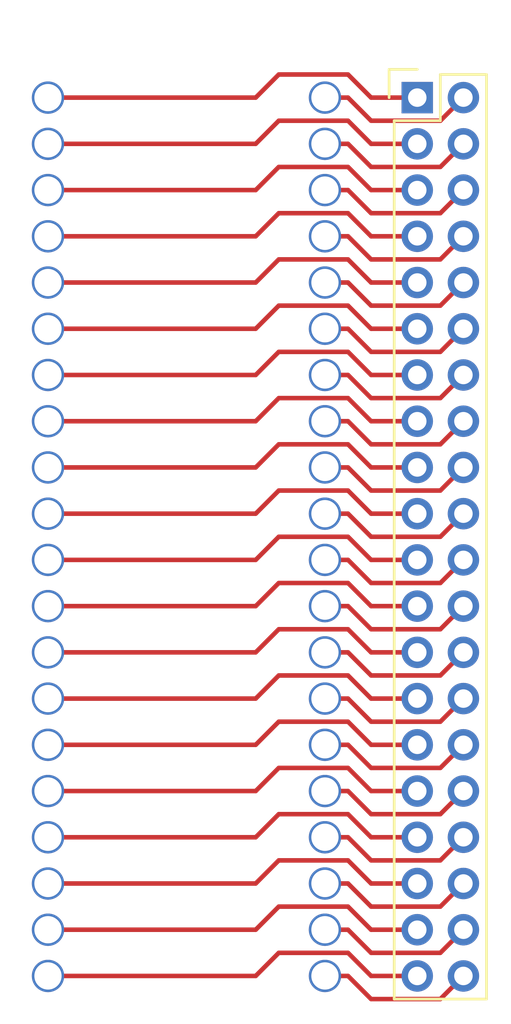
<source format=kicad_pcb>
(kicad_pcb (version 4) (host pcbnew 4.0.4-stable)

  (general
    (links 0)
    (no_connects 0)
    (area 128.169999 53.615 156.310001 110.590001)
    (thickness 1.6)
    (drawings 4)
    (tracks 220)
    (zones 0)
    (modules 1)
    (nets 1)
  )

  (page A4)
  (layers
    (0 F.Cu signal)
    (31 B.Cu signal)
    (32 B.Adhes user)
    (33 F.Adhes user)
    (34 B.Paste user)
    (35 F.Paste user)
    (36 B.SilkS user)
    (37 F.SilkS user)
    (38 B.Mask user)
    (39 F.Mask user)
    (40 Dwgs.User user)
    (41 Cmts.User user)
    (42 Eco1.User user)
    (43 Eco2.User user)
    (44 Edge.Cuts user)
    (45 Margin user)
    (46 B.CrtYd user)
    (47 F.CrtYd user)
    (48 B.Fab user)
    (49 F.Fab user)
  )

  (setup
    (last_trace_width 0.254)
    (user_trace_width 0.254)
    (trace_clearance 0.2)
    (zone_clearance 0.508)
    (zone_45_only no)
    (trace_min 0.2)
    (segment_width 0.2)
    (edge_width 0.15)
    (via_size 0.6)
    (via_drill 0.4)
    (via_min_size 0.4)
    (via_min_drill 0.3)
    (user_via 1.778 1.4986)
    (uvia_size 0.3)
    (uvia_drill 0.1)
    (uvias_allowed no)
    (uvia_min_size 0.2)
    (uvia_min_drill 0.1)
    (pcb_text_width 0.3)
    (pcb_text_size 1.5 1.5)
    (mod_edge_width 0.15)
    (mod_text_size 1 1)
    (mod_text_width 0.15)
    (pad_size 1.524 1.524)
    (pad_drill 0.762)
    (pad_to_mask_clearance 0.2)
    (aux_axis_origin 0 0)
    (visible_elements FFFFFF7F)
    (pcbplotparams
      (layerselection 0x00030_80000001)
      (usegerberextensions false)
      (excludeedgelayer true)
      (linewidth 0.100000)
      (plotframeref false)
      (viasonmask false)
      (mode 1)
      (useauxorigin false)
      (hpglpennumber 1)
      (hpglpenspeed 20)
      (hpglpendiameter 15)
      (hpglpenoverlay 2)
      (psnegative false)
      (psa4output false)
      (plotreference true)
      (plotvalue true)
      (plotinvisibletext false)
      (padsonsilk false)
      (subtractmaskfromsilk false)
      (outputformat 1)
      (mirror false)
      (drillshape 1)
      (scaleselection 1)
      (outputdirectory ""))
  )

  (net 0 "")

  (net_class Default "Dies ist die voreingestellte Netzklasse."
    (clearance 0.2)
    (trace_width 0.25)
    (via_dia 0.6)
    (via_drill 0.4)
    (uvia_dia 0.3)
    (uvia_drill 0.1)
  )

  (module Pin_Headers:Pin_Header_Straight_2x20 (layer F.Cu) (tedit 5839EB2C) (tstamp 5839D212)
    (at 151.13 59.69)
    (descr "Through hole pin header")
    (tags "pin header")
    (fp_text reference "" (at 0 -5.1) (layer F.SilkS)
      (effects (font (size 1 1) (thickness 0.15)))
    )
    (fp_text value "" (at 0 -3.1) (layer F.Fab) hide
      (effects (font (size 1 1) (thickness 0.15)))
    )
    (fp_line (start -1.75 -1.75) (end -1.75 50.05) (layer F.CrtYd) (width 0.05))
    (fp_line (start 4.3 -1.75) (end 4.3 50.05) (layer F.CrtYd) (width 0.05))
    (fp_line (start -1.75 -1.75) (end 4.3 -1.75) (layer F.CrtYd) (width 0.05))
    (fp_line (start -1.75 50.05) (end 4.3 50.05) (layer F.CrtYd) (width 0.05))
    (fp_line (start 3.81 49.53) (end 3.81 -1.27) (layer F.SilkS) (width 0.15))
    (fp_line (start -1.27 1.27) (end -1.27 49.53) (layer F.SilkS) (width 0.15))
    (fp_line (start 3.81 49.53) (end -1.27 49.53) (layer F.SilkS) (width 0.15))
    (fp_line (start 3.81 -1.27) (end 1.27 -1.27) (layer F.SilkS) (width 0.15))
    (fp_line (start 0 -1.55) (end -1.55 -1.55) (layer F.SilkS) (width 0.15))
    (fp_line (start 1.27 -1.27) (end 1.27 1.27) (layer F.SilkS) (width 0.15))
    (fp_line (start 1.27 1.27) (end -1.27 1.27) (layer F.SilkS) (width 0.15))
    (fp_line (start -1.55 -1.55) (end -1.55 0) (layer F.SilkS) (width 0.15))
    (pad 1 thru_hole rect (at 0 0) (size 1.7272 1.7272) (drill 1.016) (layers *.Cu *.Mask))
    (pad 2 thru_hole oval (at 2.54 0) (size 1.7272 1.7272) (drill 1.016) (layers *.Cu *.Mask))
    (pad 3 thru_hole oval (at 0 2.54) (size 1.7272 1.7272) (drill 1.016) (layers *.Cu *.Mask))
    (pad 4 thru_hole oval (at 2.54 2.54) (size 1.7272 1.7272) (drill 1.016) (layers *.Cu *.Mask))
    (pad 5 thru_hole oval (at 0 5.08) (size 1.7272 1.7272) (drill 1.016) (layers *.Cu *.Mask))
    (pad 6 thru_hole oval (at 2.54 5.08) (size 1.7272 1.7272) (drill 1.016) (layers *.Cu *.Mask))
    (pad 7 thru_hole oval (at 0 7.62) (size 1.7272 1.7272) (drill 1.016) (layers *.Cu *.Mask))
    (pad 8 thru_hole oval (at 2.54 7.62) (size 1.7272 1.7272) (drill 1.016) (layers *.Cu *.Mask))
    (pad 9 thru_hole oval (at 0 10.16) (size 1.7272 1.7272) (drill 1.016) (layers *.Cu *.Mask))
    (pad 10 thru_hole oval (at 2.54 10.16) (size 1.7272 1.7272) (drill 1.016) (layers *.Cu *.Mask))
    (pad 11 thru_hole oval (at 0 12.7) (size 1.7272 1.7272) (drill 1.016) (layers *.Cu *.Mask))
    (pad 12 thru_hole oval (at 2.54 12.7) (size 1.7272 1.7272) (drill 1.016) (layers *.Cu *.Mask))
    (pad 13 thru_hole oval (at 0 15.24) (size 1.7272 1.7272) (drill 1.016) (layers *.Cu *.Mask))
    (pad 14 thru_hole oval (at 2.54 15.24) (size 1.7272 1.7272) (drill 1.016) (layers *.Cu *.Mask))
    (pad 15 thru_hole oval (at 0 17.78) (size 1.7272 1.7272) (drill 1.016) (layers *.Cu *.Mask))
    (pad 16 thru_hole oval (at 2.54 17.78) (size 1.7272 1.7272) (drill 1.016) (layers *.Cu *.Mask))
    (pad 17 thru_hole oval (at 0 20.32) (size 1.7272 1.7272) (drill 1.016) (layers *.Cu *.Mask))
    (pad 18 thru_hole oval (at 2.54 20.32) (size 1.7272 1.7272) (drill 1.016) (layers *.Cu *.Mask))
    (pad 19 thru_hole oval (at 0 22.86) (size 1.7272 1.7272) (drill 1.016) (layers *.Cu *.Mask))
    (pad 20 thru_hole oval (at 2.54 22.86) (size 1.7272 1.7272) (drill 1.016) (layers *.Cu *.Mask))
    (pad 21 thru_hole oval (at 0 25.4) (size 1.7272 1.7272) (drill 1.016) (layers *.Cu *.Mask))
    (pad 22 thru_hole oval (at 2.54 25.4) (size 1.7272 1.7272) (drill 1.016) (layers *.Cu *.Mask))
    (pad 23 thru_hole oval (at 0 27.94) (size 1.7272 1.7272) (drill 1.016) (layers *.Cu *.Mask))
    (pad 24 thru_hole oval (at 2.54 27.94) (size 1.7272 1.7272) (drill 1.016) (layers *.Cu *.Mask))
    (pad 25 thru_hole oval (at 0 30.48) (size 1.7272 1.7272) (drill 1.016) (layers *.Cu *.Mask))
    (pad 26 thru_hole oval (at 2.54 30.48) (size 1.7272 1.7272) (drill 1.016) (layers *.Cu *.Mask))
    (pad 27 thru_hole oval (at 0 33.02) (size 1.7272 1.7272) (drill 1.016) (layers *.Cu *.Mask))
    (pad 28 thru_hole oval (at 2.54 33.02) (size 1.7272 1.7272) (drill 1.016) (layers *.Cu *.Mask))
    (pad 29 thru_hole oval (at 0 35.56) (size 1.7272 1.7272) (drill 1.016) (layers *.Cu *.Mask))
    (pad 30 thru_hole oval (at 2.54 35.56) (size 1.7272 1.7272) (drill 1.016) (layers *.Cu *.Mask))
    (pad 31 thru_hole oval (at 0 38.1) (size 1.7272 1.7272) (drill 1.016) (layers *.Cu *.Mask))
    (pad 32 thru_hole oval (at 2.54 38.1) (size 1.7272 1.7272) (drill 1.016) (layers *.Cu *.Mask))
    (pad 33 thru_hole oval (at 0 40.64) (size 1.7272 1.7272) (drill 1.016) (layers *.Cu *.Mask))
    (pad 34 thru_hole oval (at 2.54 40.64) (size 1.7272 1.7272) (drill 1.016) (layers *.Cu *.Mask))
    (pad 35 thru_hole oval (at 0 43.18) (size 1.7272 1.7272) (drill 1.016) (layers *.Cu *.Mask))
    (pad 36 thru_hole oval (at 2.54 43.18) (size 1.7272 1.7272) (drill 1.016) (layers *.Cu *.Mask))
    (pad 37 thru_hole oval (at 0 45.72) (size 1.7272 1.7272) (drill 1.016) (layers *.Cu *.Mask))
    (pad 38 thru_hole oval (at 2.54 45.72) (size 1.7272 1.7272) (drill 1.016) (layers *.Cu *.Mask))
    (pad 39 thru_hole oval (at 0 48.26) (size 1.7272 1.7272) (drill 1.016) (layers *.Cu *.Mask))
    (pad 40 thru_hole oval (at 2.54 48.26) (size 1.7272 1.7272) (drill 1.016) (layers *.Cu *.Mask))
    (model Pin_Headers.3dshapes/Pin_Header_Straight_2x20.wrl
      (at (xyz 0.05 -0.95 0))
      (scale (xyz 1 1 1))
      (rotate (xyz 0 0 90))
    )
  )

  (gr_line (start 128.27 110.49) (end 128.27 57.15) (angle 90) (layer Margin) (width 0.2))
  (gr_line (start 156.21 110.49) (end 128.27 110.49) (angle 90) (layer Margin) (width 0.2))
  (gr_line (start 156.21 57.15) (end 156.21 110.49) (angle 90) (layer Margin) (width 0.2))
  (gr_line (start 128.27 57.15) (end 156.21 57.15) (angle 90) (layer Margin) (width 0.2))

  (segment (start 151.13 59.69) (end 148.59 59.69) (width 0.25) (layer F.Cu) (net 0))
  (via (at 130.81 59.69) (size 1.778) (drill 1.4986) (layers F.Cu B.Cu) (net 0))
  (segment (start 142.24 59.69) (end 130.81 59.69) (width 0.25) (layer F.Cu) (net 0) (tstamp 5839E9A0))
  (segment (start 143.51 58.42) (end 142.24 59.69) (width 0.25) (layer F.Cu) (net 0) (tstamp 5839E99F))
  (segment (start 147.32 58.42) (end 143.51 58.42) (width 0.25) (layer F.Cu) (net 0) (tstamp 5839E99E))
  (segment (start 148.59 59.69) (end 147.32 58.42) (width 0.25) (layer F.Cu) (net 0) (tstamp 5839E99C))
  (segment (start 153.67 59.69) (end 152.4 60.96) (width 0.25) (layer F.Cu) (net 0))
  (via (at 146.05 59.69) (size 1.778) (drill 1.4986) (layers F.Cu B.Cu) (net 0))
  (segment (start 147.32 59.69) (end 146.05 59.69) (width 0.25) (layer F.Cu) (net 0) (tstamp 5839E992))
  (segment (start 148.59 60.96) (end 147.32 59.69) (width 0.25) (layer F.Cu) (net 0) (tstamp 5839E991))
  (segment (start 152.4 60.96) (end 148.59 60.96) (width 0.25) (layer F.Cu) (net 0) (tstamp 5839E990))
  (segment (start 151.13 62.23) (end 148.59 62.23) (width 0.25) (layer F.Cu) (net 0))
  (via (at 130.81 62.23) (size 1.778) (drill 1.4986) (layers F.Cu B.Cu) (net 0))
  (segment (start 142.24 62.23) (end 130.81 62.23) (width 0.25) (layer F.Cu) (net 0) (tstamp 5839E979))
  (segment (start 143.51 60.96) (end 142.24 62.23) (width 0.25) (layer F.Cu) (net 0) (tstamp 5839E978))
  (segment (start 147.32 60.96) (end 143.51 60.96) (width 0.25) (layer F.Cu) (net 0) (tstamp 5839E977))
  (segment (start 148.59 62.23) (end 147.32 60.96) (width 0.25) (layer F.Cu) (net 0) (tstamp 5839E976))
  (segment (start 153.67 62.23) (end 152.4 63.5) (width 0.25) (layer F.Cu) (net 0))
  (via (at 146.05 62.23) (size 1.778) (drill 1.4986) (layers F.Cu B.Cu) (net 0))
  (segment (start 147.32 62.23) (end 146.05 62.23) (width 0.25) (layer F.Cu) (net 0) (tstamp 5839E96F))
  (segment (start 148.59 63.5) (end 147.32 62.23) (width 0.25) (layer F.Cu) (net 0) (tstamp 5839E96E))
  (segment (start 152.4 63.5) (end 148.59 63.5) (width 0.25) (layer F.Cu) (net 0) (tstamp 5839E96D))
  (segment (start 151.13 64.77) (end 148.59 64.77) (width 0.25) (layer F.Cu) (net 0))
  (via (at 130.81 64.77) (size 1.778) (drill 1.4986) (layers F.Cu B.Cu) (net 0))
  (segment (start 142.24 64.77) (end 130.81 64.77) (width 0.25) (layer F.Cu) (net 0) (tstamp 5839E966))
  (segment (start 143.51 63.5) (end 142.24 64.77) (width 0.25) (layer F.Cu) (net 0) (tstamp 5839E965))
  (segment (start 147.32 63.5) (end 143.51 63.5) (width 0.25) (layer F.Cu) (net 0) (tstamp 5839E964))
  (segment (start 148.59 64.77) (end 147.32 63.5) (width 0.25) (layer F.Cu) (net 0) (tstamp 5839E962))
  (segment (start 153.67 64.77) (end 152.4 66.04) (width 0.25) (layer F.Cu) (net 0))
  (via (at 146.05 64.77) (size 1.778) (drill 1.4986) (layers F.Cu B.Cu) (net 0))
  (segment (start 147.32 64.77) (end 146.05 64.77) (width 0.25) (layer F.Cu) (net 0) (tstamp 5839E95A))
  (segment (start 148.59 66.04) (end 147.32 64.77) (width 0.25) (layer F.Cu) (net 0) (tstamp 5839E959))
  (segment (start 152.4 66.04) (end 148.59 66.04) (width 0.25) (layer F.Cu) (net 0) (tstamp 5839E958))
  (segment (start 151.13 67.31) (end 148.59 67.31) (width 0.25) (layer F.Cu) (net 0))
  (via (at 130.81 67.31) (size 1.778) (drill 1.4986) (layers F.Cu B.Cu) (net 0))
  (segment (start 142.24 67.31) (end 130.81 67.31) (width 0.25) (layer F.Cu) (net 0) (tstamp 5839E93D))
  (segment (start 143.51 66.04) (end 142.24 67.31) (width 0.25) (layer F.Cu) (net 0) (tstamp 5839E93C))
  (segment (start 147.32 66.04) (end 143.51 66.04) (width 0.25) (layer F.Cu) (net 0) (tstamp 5839E93B))
  (segment (start 148.59 67.31) (end 147.32 66.04) (width 0.25) (layer F.Cu) (net 0) (tstamp 5839E93A))
  (segment (start 153.67 67.31) (end 152.4 68.58) (width 0.25) (layer F.Cu) (net 0))
  (via (at 146.05 67.31) (size 1.778) (drill 1.4986) (layers F.Cu B.Cu) (net 0))
  (segment (start 147.32 67.31) (end 146.05 67.31) (width 0.25) (layer F.Cu) (net 0) (tstamp 5839E932))
  (segment (start 148.59 68.58) (end 147.32 67.31) (width 0.25) (layer F.Cu) (net 0) (tstamp 5839E931))
  (segment (start 152.4 68.58) (end 148.59 68.58) (width 0.25) (layer F.Cu) (net 0) (tstamp 5839E930))
  (segment (start 151.13 69.85) (end 148.59 69.85) (width 0.25) (layer F.Cu) (net 0))
  (via (at 130.81 69.85) (size 1.778) (drill 1.4986) (layers F.Cu B.Cu) (net 0))
  (segment (start 142.24 69.85) (end 130.81 69.85) (width 0.25) (layer F.Cu) (net 0) (tstamp 5839E916))
  (segment (start 143.51 68.58) (end 142.24 69.85) (width 0.25) (layer F.Cu) (net 0) (tstamp 5839E915))
  (segment (start 147.32 68.58) (end 143.51 68.58) (width 0.25) (layer F.Cu) (net 0) (tstamp 5839E914))
  (segment (start 148.59 69.85) (end 147.32 68.58) (width 0.25) (layer F.Cu) (net 0) (tstamp 5839E912))
  (segment (start 153.67 69.85) (end 152.4 71.12) (width 0.25) (layer F.Cu) (net 0))
  (via (at 146.05 69.85) (size 1.778) (drill 1.4986) (layers F.Cu B.Cu) (net 0))
  (segment (start 147.32 69.85) (end 146.05 69.85) (width 0.25) (layer F.Cu) (net 0) (tstamp 5839E909))
  (segment (start 148.59 71.12) (end 147.32 69.85) (width 0.25) (layer F.Cu) (net 0) (tstamp 5839E908))
  (segment (start 152.4 71.12) (end 148.59 71.12) (width 0.25) (layer F.Cu) (net 0) (tstamp 5839E906))
  (segment (start 151.13 72.39) (end 148.59 72.39) (width 0.25) (layer F.Cu) (net 0))
  (via (at 130.81 72.39) (size 1.778) (drill 1.4986) (layers F.Cu B.Cu) (net 0))
  (segment (start 142.24 72.39) (end 130.81 72.39) (width 0.25) (layer F.Cu) (net 0) (tstamp 5839E8DE))
  (segment (start 143.51 71.12) (end 142.24 72.39) (width 0.25) (layer F.Cu) (net 0) (tstamp 5839E8DD))
  (segment (start 147.32 71.12) (end 143.51 71.12) (width 0.25) (layer F.Cu) (net 0) (tstamp 5839E8DC))
  (segment (start 148.59 72.39) (end 147.32 71.12) (width 0.25) (layer F.Cu) (net 0) (tstamp 5839E8D9))
  (segment (start 153.67 72.39) (end 152.4 73.66) (width 0.25) (layer F.Cu) (net 0))
  (via (at 146.05 72.39) (size 1.778) (drill 1.4986) (layers F.Cu B.Cu) (net 0))
  (segment (start 147.32 72.39) (end 146.05 72.39) (width 0.25) (layer F.Cu) (net 0) (tstamp 5839E8D1))
  (segment (start 148.59 73.66) (end 147.32 72.39) (width 0.25) (layer F.Cu) (net 0) (tstamp 5839E8D0))
  (segment (start 152.4 73.66) (end 148.59 73.66) (width 0.25) (layer F.Cu) (net 0) (tstamp 5839E8CD))
  (segment (start 151.13 74.93) (end 148.59 74.93) (width 0.25) (layer F.Cu) (net 0))
  (via (at 130.81 74.93) (size 1.778) (drill 1.4986) (layers F.Cu B.Cu) (net 0))
  (segment (start 142.24 74.93) (end 130.81 74.93) (width 0.25) (layer F.Cu) (net 0) (tstamp 5839E8C3))
  (segment (start 143.51 73.66) (end 142.24 74.93) (width 0.25) (layer F.Cu) (net 0) (tstamp 5839E8C2))
  (segment (start 147.32 73.66) (end 143.51 73.66) (width 0.25) (layer F.Cu) (net 0) (tstamp 5839E8C1))
  (segment (start 148.59 74.93) (end 147.32 73.66) (width 0.25) (layer F.Cu) (net 0) (tstamp 5839E8C0))
  (segment (start 153.67 74.93) (end 152.4 76.2) (width 0.25) (layer F.Cu) (net 0))
  (via (at 146.05 74.93) (size 1.778) (drill 1.4986) (layers F.Cu B.Cu) (net 0))
  (segment (start 147.32 74.93) (end 146.05 74.93) (width 0.25) (layer F.Cu) (net 0) (tstamp 5839E8B9))
  (segment (start 148.59 76.2) (end 147.32 74.93) (width 0.25) (layer F.Cu) (net 0) (tstamp 5839E8B8))
  (segment (start 152.4 76.2) (end 148.59 76.2) (width 0.25) (layer F.Cu) (net 0) (tstamp 5839E8B5))
  (segment (start 151.13 77.47) (end 148.59 77.47) (width 0.25) (layer F.Cu) (net 0))
  (via (at 130.81 77.47) (size 1.778) (drill 1.4986) (layers F.Cu B.Cu) (net 0))
  (segment (start 142.24 77.47) (end 130.81 77.47) (width 0.25) (layer F.Cu) (net 0) (tstamp 5839E865))
  (segment (start 143.51 76.2) (end 142.24 77.47) (width 0.25) (layer F.Cu) (net 0) (tstamp 5839E864))
  (segment (start 147.32 76.2) (end 143.51 76.2) (width 0.25) (layer F.Cu) (net 0) (tstamp 5839E863))
  (segment (start 148.59 77.47) (end 147.32 76.2) (width 0.25) (layer F.Cu) (net 0) (tstamp 5839E862))
  (segment (start 153.67 77.47) (end 152.4 78.74) (width 0.25) (layer F.Cu) (net 0))
  (via (at 146.05 77.47) (size 1.778) (drill 1.4986) (layers F.Cu B.Cu) (net 0))
  (segment (start 147.32 77.47) (end 146.05 77.47) (width 0.25) (layer F.Cu) (net 0) (tstamp 5839E85A))
  (segment (start 148.59 78.74) (end 147.32 77.47) (width 0.25) (layer F.Cu) (net 0) (tstamp 5839E859))
  (segment (start 152.4 78.74) (end 148.59 78.74) (width 0.25) (layer F.Cu) (net 0) (tstamp 5839E858))
  (segment (start 151.13 80.01) (end 148.59 80.01) (width 0.25) (layer F.Cu) (net 0))
  (via (at 130.81 80.01) (size 1.778) (drill 1.4986) (layers F.Cu B.Cu) (net 0))
  (segment (start 142.24 80.01) (end 130.81 80.01) (width 0.25) (layer F.Cu) (net 0) (tstamp 5839E851))
  (segment (start 143.51 78.74) (end 142.24 80.01) (width 0.25) (layer F.Cu) (net 0) (tstamp 5839E850))
  (segment (start 147.32 78.74) (end 143.51 78.74) (width 0.25) (layer F.Cu) (net 0) (tstamp 5839E84F))
  (segment (start 148.59 80.01) (end 147.32 78.74) (width 0.25) (layer F.Cu) (net 0) (tstamp 5839E84E))
  (segment (start 153.67 80.01) (end 152.4 81.28) (width 0.25) (layer F.Cu) (net 0))
  (via (at 146.05 80.01) (size 1.778) (drill 1.4986) (layers F.Cu B.Cu) (net 0))
  (segment (start 147.32 80.01) (end 146.05 80.01) (width 0.25) (layer F.Cu) (net 0) (tstamp 5839E847))
  (segment (start 148.59 81.28) (end 147.32 80.01) (width 0.25) (layer F.Cu) (net 0) (tstamp 5839E846))
  (segment (start 152.4 81.28) (end 148.59 81.28) (width 0.25) (layer F.Cu) (net 0) (tstamp 5839E845))
  (segment (start 151.13 82.55) (end 148.59 82.55) (width 0.25) (layer F.Cu) (net 0))
  (via (at 130.81 82.55) (size 1.778) (drill 1.4986) (layers F.Cu B.Cu) (net 0))
  (segment (start 142.24 82.55) (end 130.81 82.55) (width 0.25) (layer F.Cu) (net 0) (tstamp 5839E819))
  (segment (start 143.51 81.28) (end 142.24 82.55) (width 0.25) (layer F.Cu) (net 0) (tstamp 5839E818))
  (segment (start 147.32 81.28) (end 143.51 81.28) (width 0.25) (layer F.Cu) (net 0) (tstamp 5839E817))
  (segment (start 148.59 82.55) (end 147.32 81.28) (width 0.25) (layer F.Cu) (net 0) (tstamp 5839E815))
  (segment (start 153.67 82.55) (end 152.4 83.82) (width 0.25) (layer F.Cu) (net 0))
  (via (at 146.05 82.55) (size 1.778) (drill 1.4986) (layers F.Cu B.Cu) (net 0))
  (segment (start 147.32 82.55) (end 146.05 82.55) (width 0.25) (layer F.Cu) (net 0) (tstamp 5839E80E))
  (segment (start 148.59 83.82) (end 147.32 82.55) (width 0.25) (layer F.Cu) (net 0) (tstamp 5839E80D))
  (segment (start 152.4 83.82) (end 148.59 83.82) (width 0.25) (layer F.Cu) (net 0) (tstamp 5839E80C))
  (segment (start 151.13 85.09) (end 148.59 85.09) (width 0.25) (layer F.Cu) (net 0))
  (via (at 130.81 85.09) (size 1.778) (drill 1.4986) (layers F.Cu B.Cu) (net 0))
  (segment (start 142.24 85.09) (end 130.81 85.09) (width 0.25) (layer F.Cu) (net 0) (tstamp 5839E802))
  (segment (start 143.51 83.82) (end 142.24 85.09) (width 0.25) (layer F.Cu) (net 0) (tstamp 5839E801))
  (segment (start 147.32 83.82) (end 143.51 83.82) (width 0.25) (layer F.Cu) (net 0) (tstamp 5839E800))
  (segment (start 148.59 85.09) (end 147.32 83.82) (width 0.25) (layer F.Cu) (net 0) (tstamp 5839E7FF))
  (segment (start 153.67 85.09) (end 152.4 86.36) (width 0.25) (layer F.Cu) (net 0))
  (via (at 146.05 85.09) (size 1.778) (drill 1.4986) (layers F.Cu B.Cu) (net 0))
  (segment (start 147.32 85.09) (end 146.05 85.09) (width 0.25) (layer F.Cu) (net 0) (tstamp 5839E7F6))
  (segment (start 148.59 86.36) (end 147.32 85.09) (width 0.25) (layer F.Cu) (net 0) (tstamp 5839E7F3))
  (segment (start 152.4 86.36) (end 148.59 86.36) (width 0.25) (layer F.Cu) (net 0) (tstamp 5839E7F2))
  (segment (start 151.13 87.63) (end 148.59 87.63) (width 0.25) (layer F.Cu) (net 0))
  (via (at 130.81 87.63) (size 1.778) (drill 1.4986) (layers F.Cu B.Cu) (net 0))
  (segment (start 142.24 87.63) (end 130.81 87.63) (width 0.25) (layer F.Cu) (net 0) (tstamp 5839E7C1))
  (segment (start 143.51 86.36) (end 142.24 87.63) (width 0.25) (layer F.Cu) (net 0) (tstamp 5839E7BF))
  (segment (start 147.32 86.36) (end 143.51 86.36) (width 0.25) (layer F.Cu) (net 0) (tstamp 5839E7BE))
  (segment (start 148.59 87.63) (end 147.32 86.36) (width 0.25) (layer F.Cu) (net 0) (tstamp 5839E7BB))
  (segment (start 153.67 87.63) (end 152.4 88.9) (width 0.25) (layer F.Cu) (net 0))
  (via (at 146.05 87.63) (size 1.778) (drill 1.4986) (layers F.Cu B.Cu) (net 0))
  (segment (start 147.32 87.63) (end 146.05 87.63) (width 0.25) (layer F.Cu) (net 0) (tstamp 5839E7B3))
  (segment (start 148.59 88.9) (end 147.32 87.63) (width 0.25) (layer F.Cu) (net 0) (tstamp 5839E7B2))
  (segment (start 152.4 88.9) (end 148.59 88.9) (width 0.25) (layer F.Cu) (net 0) (tstamp 5839E7B1))
  (segment (start 151.13 90.17) (end 148.59 90.17) (width 0.25) (layer F.Cu) (net 0))
  (via (at 130.81 90.17) (size 1.778) (drill 1.4986) (layers F.Cu B.Cu) (net 0))
  (segment (start 142.24 90.17) (end 130.81 90.17) (width 0.25) (layer F.Cu) (net 0) (tstamp 5839E78A))
  (segment (start 143.51 88.9) (end 142.24 90.17) (width 0.25) (layer F.Cu) (net 0) (tstamp 5839E789))
  (segment (start 147.32 88.9) (end 143.51 88.9) (width 0.25) (layer F.Cu) (net 0) (tstamp 5839E788))
  (segment (start 148.59 90.17) (end 147.32 88.9) (width 0.25) (layer F.Cu) (net 0) (tstamp 5839E786))
  (segment (start 153.67 90.17) (end 152.4 91.44) (width 0.25) (layer F.Cu) (net 0))
  (via (at 146.05 90.17) (size 1.778) (drill 1.4986) (layers F.Cu B.Cu) (net 0))
  (segment (start 147.32 90.17) (end 146.05 90.17) (width 0.25) (layer F.Cu) (net 0) (tstamp 5839E77E))
  (segment (start 148.59 91.44) (end 147.32 90.17) (width 0.25) (layer F.Cu) (net 0) (tstamp 5839E77D))
  (segment (start 152.4 91.44) (end 148.59 91.44) (width 0.25) (layer F.Cu) (net 0) (tstamp 5839E77C))
  (segment (start 151.13 92.71) (end 148.59 92.71) (width 0.25) (layer F.Cu) (net 0))
  (via (at 130.81 92.71) (size 1.778) (drill 1.4986) (layers F.Cu B.Cu) (net 0))
  (segment (start 142.24 92.71) (end 130.81 92.71) (width 0.25) (layer F.Cu) (net 0) (tstamp 5839E763))
  (segment (start 143.51 91.44) (end 142.24 92.71) (width 0.25) (layer F.Cu) (net 0) (tstamp 5839E762))
  (segment (start 147.32 91.44) (end 143.51 91.44) (width 0.25) (layer F.Cu) (net 0) (tstamp 5839E761))
  (segment (start 148.59 92.71) (end 147.32 91.44) (width 0.25) (layer F.Cu) (net 0) (tstamp 5839E75D))
  (segment (start 153.67 92.71) (end 152.4 93.98) (width 0.25) (layer F.Cu) (net 0))
  (via (at 146.05 92.71) (size 1.778) (drill 1.4986) (layers F.Cu B.Cu) (net 0))
  (segment (start 147.32 92.71) (end 146.05 92.71) (width 0.25) (layer F.Cu) (net 0) (tstamp 5839E754))
  (segment (start 148.59 93.98) (end 147.32 92.71) (width 0.25) (layer F.Cu) (net 0) (tstamp 5839E753))
  (segment (start 152.4 93.98) (end 148.59 93.98) (width 0.25) (layer F.Cu) (net 0) (tstamp 5839E752))
  (segment (start 153.67 107.95) (end 152.4 109.22) (width 0.25) (layer F.Cu) (net 0))
  (via (at 146.05 107.95) (size 1.778) (drill 1.4986) (layers F.Cu B.Cu) (net 0))
  (segment (start 147.32 107.95) (end 146.05 107.95) (width 0.25) (layer F.Cu) (net 0) (tstamp 5839E6FC))
  (segment (start 148.59 109.22) (end 147.32 107.95) (width 0.25) (layer F.Cu) (net 0) (tstamp 5839E6FA))
  (segment (start 152.4 109.22) (end 148.59 109.22) (width 0.25) (layer F.Cu) (net 0) (tstamp 5839E6F9))
  (segment (start 151.13 107.95) (end 148.59 107.95) (width 0.25) (layer F.Cu) (net 0))
  (via (at 130.81 107.95) (size 1.778) (drill 1.4986) (layers F.Cu B.Cu) (net 0))
  (segment (start 142.24 107.95) (end 130.81 107.95) (width 0.25) (layer F.Cu) (net 0) (tstamp 5839E6F0))
  (segment (start 143.51 106.68) (end 142.24 107.95) (width 0.25) (layer F.Cu) (net 0) (tstamp 5839E6EF))
  (segment (start 147.32 106.68) (end 143.51 106.68) (width 0.25) (layer F.Cu) (net 0) (tstamp 5839E6EE))
  (segment (start 148.59 107.95) (end 147.32 106.68) (width 0.25) (layer F.Cu) (net 0) (tstamp 5839E6ED))
  (segment (start 153.67 105.41) (end 152.4 106.68) (width 0.25) (layer F.Cu) (net 0))
  (via (at 146.05 105.41) (size 1.778) (drill 1.4986) (layers F.Cu B.Cu) (net 0))
  (segment (start 147.32 105.41) (end 146.05 105.41) (width 0.25) (layer F.Cu) (net 0) (tstamp 5839E6E3))
  (segment (start 148.59 106.68) (end 147.32 105.41) (width 0.25) (layer F.Cu) (net 0) (tstamp 5839E6E0))
  (segment (start 152.4 106.68) (end 148.59 106.68) (width 0.25) (layer F.Cu) (net 0) (tstamp 5839E6DD))
  (segment (start 151.13 105.41) (end 148.59 105.41) (width 0.25) (layer F.Cu) (net 0))
  (via (at 130.81 105.41) (size 1.778) (drill 1.4986) (layers F.Cu B.Cu) (net 0))
  (segment (start 142.24 105.41) (end 130.81 105.41) (width 0.25) (layer F.Cu) (net 0) (tstamp 5839E6D4))
  (segment (start 143.51 104.14) (end 142.24 105.41) (width 0.25) (layer F.Cu) (net 0) (tstamp 5839E6D3))
  (segment (start 147.32 104.14) (end 143.51 104.14) (width 0.25) (layer F.Cu) (net 0) (tstamp 5839E6D2))
  (segment (start 148.59 105.41) (end 147.32 104.14) (width 0.25) (layer F.Cu) (net 0) (tstamp 5839E6CF))
  (segment (start 153.67 102.87) (end 152.4 104.14) (width 0.25) (layer F.Cu) (net 0))
  (via (at 146.05 102.87) (size 1.778) (drill 1.4986) (layers F.Cu B.Cu) (net 0))
  (segment (start 147.32 102.87) (end 146.05 102.87) (width 0.25) (layer F.Cu) (net 0) (tstamp 5839E6BE))
  (segment (start 148.59 104.14) (end 147.32 102.87) (width 0.25) (layer F.Cu) (net 0) (tstamp 5839E6BC))
  (segment (start 152.4 104.14) (end 148.59 104.14) (width 0.25) (layer F.Cu) (net 0) (tstamp 5839E6BB))
  (segment (start 151.13 102.87) (end 148.59 102.87) (width 0.25) (layer F.Cu) (net 0))
  (via (at 130.81 102.87) (size 1.778) (drill 1.4986) (layers F.Cu B.Cu) (net 0))
  (segment (start 142.24 102.87) (end 130.81 102.87) (width 0.25) (layer F.Cu) (net 0) (tstamp 5839E6B1))
  (segment (start 143.51 101.6) (end 142.24 102.87) (width 0.25) (layer F.Cu) (net 0) (tstamp 5839E6B0))
  (segment (start 147.32 101.6) (end 143.51 101.6) (width 0.25) (layer F.Cu) (net 0) (tstamp 5839E6AF))
  (segment (start 148.59 102.87) (end 147.32 101.6) (width 0.25) (layer F.Cu) (net 0) (tstamp 5839E6AD))
  (segment (start 151.13 100.33) (end 148.59 100.33) (width 0.25) (layer F.Cu) (net 0))
  (via (at 130.81 100.33) (size 1.778) (drill 1.4986) (layers F.Cu B.Cu) (net 0))
  (segment (start 142.24 100.33) (end 130.81 100.33) (width 0.25) (layer F.Cu) (net 0) (tstamp 5839E6A3))
  (segment (start 143.51 99.06) (end 142.24 100.33) (width 0.25) (layer F.Cu) (net 0) (tstamp 5839E6A2))
  (segment (start 147.32 99.06) (end 143.51 99.06) (width 0.25) (layer F.Cu) (net 0) (tstamp 5839E6A1))
  (segment (start 148.59 100.33) (end 147.32 99.06) (width 0.25) (layer F.Cu) (net 0) (tstamp 5839E69E))
  (segment (start 153.67 100.33) (end 152.4 101.6) (width 0.25) (layer F.Cu) (net 0))
  (via (at 146.05 100.33) (size 1.778) (drill 1.4986) (layers F.Cu B.Cu) (net 0))
  (segment (start 147.32 100.33) (end 146.05 100.33) (width 0.25) (layer F.Cu) (net 0) (tstamp 5839E696))
  (segment (start 148.59 101.6) (end 147.32 100.33) (width 0.25) (layer F.Cu) (net 0) (tstamp 5839E695))
  (segment (start 152.4 101.6) (end 148.59 101.6) (width 0.25) (layer F.Cu) (net 0) (tstamp 5839E694))
  (segment (start 151.13 97.79) (end 148.59 97.79) (width 0.25) (layer F.Cu) (net 0))
  (via (at 130.81 97.79) (size 1.778) (drill 1.4986) (layers F.Cu B.Cu) (net 0))
  (segment (start 142.24 97.79) (end 130.81 97.79) (width 0.25) (layer F.Cu) (net 0) (tstamp 5839E652))
  (segment (start 143.51 96.52) (end 142.24 97.79) (width 0.25) (layer F.Cu) (net 0) (tstamp 5839E651))
  (segment (start 147.32 96.52) (end 143.51 96.52) (width 0.25) (layer F.Cu) (net 0) (tstamp 5839E650))
  (segment (start 148.59 97.79) (end 147.32 96.52) (width 0.25) (layer F.Cu) (net 0) (tstamp 5839E64F))
  (segment (start 153.67 97.79) (end 152.4 99.06) (width 0.25) (layer F.Cu) (net 0))
  (via (at 146.05 97.79) (size 1.778) (drill 1.4986) (layers F.Cu B.Cu) (net 0))
  (segment (start 147.32 97.79) (end 146.05 97.79) (width 0.25) (layer F.Cu) (net 0) (tstamp 5839E623))
  (segment (start 148.59 99.06) (end 147.32 97.79) (width 0.25) (layer F.Cu) (net 0) (tstamp 5839E622))
  (segment (start 152.4 99.06) (end 148.59 99.06) (width 0.25) (layer F.Cu) (net 0) (tstamp 5839E61B))
  (segment (start 153.67 95.25) (end 152.4 96.52) (width 0.25) (layer F.Cu) (net 0))
  (via (at 146.05 95.25) (size 1.778) (drill 1.4986) (layers F.Cu B.Cu) (net 0))
  (segment (start 147.32 95.25) (end 146.05 95.25) (width 0.25) (layer F.Cu) (net 0) (tstamp 5839E58D))
  (segment (start 148.59 96.52) (end 147.32 95.25) (width 0.25) (layer F.Cu) (net 0) (tstamp 5839E57C))
  (segment (start 152.4 96.52) (end 148.59 96.52) (width 0.25) (layer F.Cu) (net 0) (tstamp 5839E57B))
  (segment (start 151.13 95.25) (end 148.59 95.25) (width 0.25) (layer F.Cu) (net 0))
  (via (at 130.81 95.25) (size 1.778) (drill 1.4986) (layers F.Cu B.Cu) (net 0))
  (segment (start 142.24 95.25) (end 130.81 95.25) (width 0.25) (layer F.Cu) (net 0) (tstamp 5839E55F))
  (segment (start 143.51 93.98) (end 142.24 95.25) (width 0.25) (layer F.Cu) (net 0) (tstamp 5839E553))
  (segment (start 147.32 93.98) (end 143.51 93.98) (width 0.25) (layer F.Cu) (net 0) (tstamp 5839E551))
  (segment (start 148.59 95.25) (end 147.32 93.98) (width 0.25) (layer F.Cu) (net 0) (tstamp 5839E54B))

)

</source>
